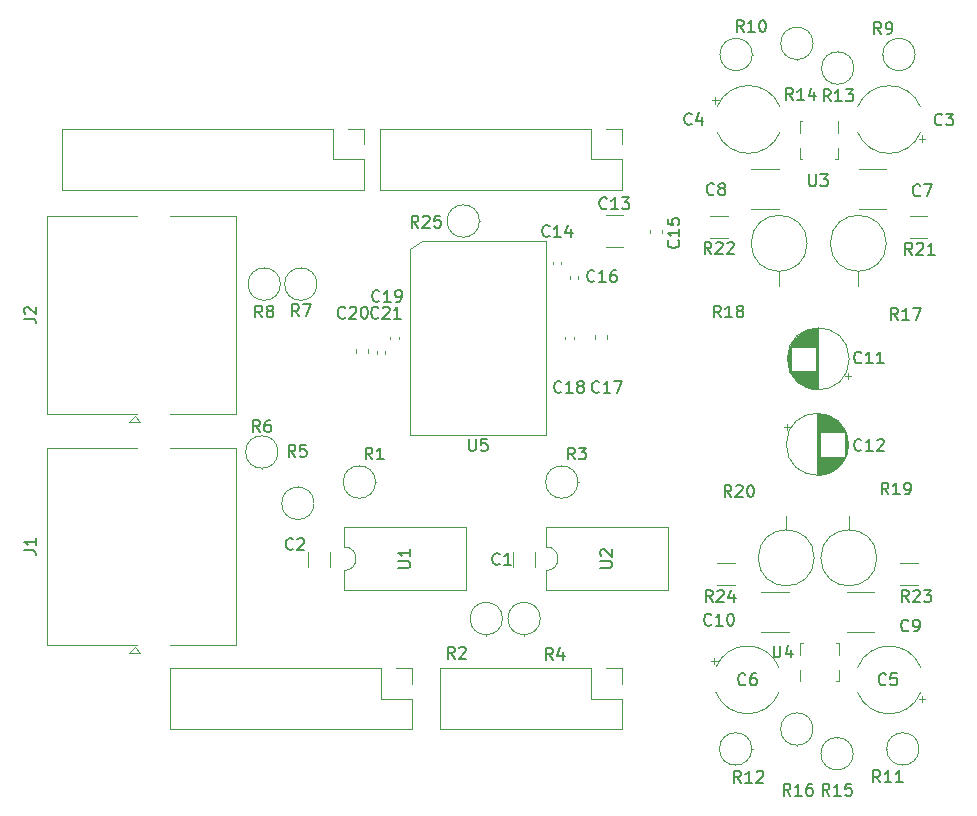
<source format=gbr>
%TF.GenerationSoftware,KiCad,Pcbnew,(6.0.10-0)*%
%TF.CreationDate,2023-03-03T14:43:48-05:00*%
%TF.ProjectId,shield,73686965-6c64-42e6-9b69-6361645f7063,rev?*%
%TF.SameCoordinates,Original*%
%TF.FileFunction,Legend,Top*%
%TF.FilePolarity,Positive*%
%FSLAX46Y46*%
G04 Gerber Fmt 4.6, Leading zero omitted, Abs format (unit mm)*
G04 Created by KiCad (PCBNEW (6.0.10-0)) date 2023-03-03 14:43:48*
%MOMM*%
%LPD*%
G01*
G04 APERTURE LIST*
%ADD10C,0.150000*%
%ADD11C,0.120000*%
G04 APERTURE END LIST*
D10*
%TO.C,U5*%
X110238095Y-97552380D02*
X110238095Y-98361904D01*
X110285714Y-98457142D01*
X110333333Y-98504761D01*
X110428571Y-98552380D01*
X110619047Y-98552380D01*
X110714285Y-98504761D01*
X110761904Y-98457142D01*
X110809523Y-98361904D01*
X110809523Y-97552380D01*
X111761904Y-97552380D02*
X111285714Y-97552380D01*
X111238095Y-98028571D01*
X111285714Y-97980952D01*
X111380952Y-97933333D01*
X111619047Y-97933333D01*
X111714285Y-97980952D01*
X111761904Y-98028571D01*
X111809523Y-98123809D01*
X111809523Y-98361904D01*
X111761904Y-98457142D01*
X111714285Y-98504761D01*
X111619047Y-98552380D01*
X111380952Y-98552380D01*
X111285714Y-98504761D01*
X111238095Y-98457142D01*
%TO.C,U2*%
X121352380Y-108461904D02*
X122161904Y-108461904D01*
X122257142Y-108414285D01*
X122304761Y-108366666D01*
X122352380Y-108271428D01*
X122352380Y-108080952D01*
X122304761Y-107985714D01*
X122257142Y-107938095D01*
X122161904Y-107890476D01*
X121352380Y-107890476D01*
X121447619Y-107461904D02*
X121400000Y-107414285D01*
X121352380Y-107319047D01*
X121352380Y-107080952D01*
X121400000Y-106985714D01*
X121447619Y-106938095D01*
X121542857Y-106890476D01*
X121638095Y-106890476D01*
X121780952Y-106938095D01*
X122352380Y-107509523D01*
X122352380Y-106890476D01*
%TO.C,R16*%
X137457142Y-127752380D02*
X137123809Y-127276190D01*
X136885714Y-127752380D02*
X136885714Y-126752380D01*
X137266666Y-126752380D01*
X137361904Y-126800000D01*
X137409523Y-126847619D01*
X137457142Y-126942857D01*
X137457142Y-127085714D01*
X137409523Y-127180952D01*
X137361904Y-127228571D01*
X137266666Y-127276190D01*
X136885714Y-127276190D01*
X138409523Y-127752380D02*
X137838095Y-127752380D01*
X138123809Y-127752380D02*
X138123809Y-126752380D01*
X138028571Y-126895238D01*
X137933333Y-126990476D01*
X137838095Y-127038095D01*
X139266666Y-126752380D02*
X139076190Y-126752380D01*
X138980952Y-126800000D01*
X138933333Y-126847619D01*
X138838095Y-126990476D01*
X138790476Y-127180952D01*
X138790476Y-127561904D01*
X138838095Y-127657142D01*
X138885714Y-127704761D01*
X138980952Y-127752380D01*
X139171428Y-127752380D01*
X139266666Y-127704761D01*
X139314285Y-127657142D01*
X139361904Y-127561904D01*
X139361904Y-127323809D01*
X139314285Y-127228571D01*
X139266666Y-127180952D01*
X139171428Y-127133333D01*
X138980952Y-127133333D01*
X138885714Y-127180952D01*
X138838095Y-127228571D01*
X138790476Y-127323809D01*
%TO.C,U1*%
X104252380Y-108461904D02*
X105061904Y-108461904D01*
X105157142Y-108414285D01*
X105204761Y-108366666D01*
X105252380Y-108271428D01*
X105252380Y-108080952D01*
X105204761Y-107985714D01*
X105157142Y-107938095D01*
X105061904Y-107890476D01*
X104252380Y-107890476D01*
X105252380Y-106890476D02*
X105252380Y-107461904D01*
X105252380Y-107176190D02*
X104252380Y-107176190D01*
X104395238Y-107271428D01*
X104490476Y-107366666D01*
X104538095Y-107461904D01*
%TO.C,R22*%
X130757142Y-81872380D02*
X130423809Y-81396190D01*
X130185714Y-81872380D02*
X130185714Y-80872380D01*
X130566666Y-80872380D01*
X130661904Y-80920000D01*
X130709523Y-80967619D01*
X130757142Y-81062857D01*
X130757142Y-81205714D01*
X130709523Y-81300952D01*
X130661904Y-81348571D01*
X130566666Y-81396190D01*
X130185714Y-81396190D01*
X131138095Y-80967619D02*
X131185714Y-80920000D01*
X131280952Y-80872380D01*
X131519047Y-80872380D01*
X131614285Y-80920000D01*
X131661904Y-80967619D01*
X131709523Y-81062857D01*
X131709523Y-81158095D01*
X131661904Y-81300952D01*
X131090476Y-81872380D01*
X131709523Y-81872380D01*
X132090476Y-80967619D02*
X132138095Y-80920000D01*
X132233333Y-80872380D01*
X132471428Y-80872380D01*
X132566666Y-80920000D01*
X132614285Y-80967619D01*
X132661904Y-81062857D01*
X132661904Y-81158095D01*
X132614285Y-81300952D01*
X132042857Y-81872380D01*
X132661904Y-81872380D01*
%TO.C,C5*%
X145533333Y-118307142D02*
X145485714Y-118354761D01*
X145342857Y-118402380D01*
X145247619Y-118402380D01*
X145104761Y-118354761D01*
X145009523Y-118259523D01*
X144961904Y-118164285D01*
X144914285Y-117973809D01*
X144914285Y-117830952D01*
X144961904Y-117640476D01*
X145009523Y-117545238D01*
X145104761Y-117450000D01*
X145247619Y-117402380D01*
X145342857Y-117402380D01*
X145485714Y-117450000D01*
X145533333Y-117497619D01*
X146438095Y-117402380D02*
X145961904Y-117402380D01*
X145914285Y-117878571D01*
X145961904Y-117830952D01*
X146057142Y-117783333D01*
X146295238Y-117783333D01*
X146390476Y-117830952D01*
X146438095Y-117878571D01*
X146485714Y-117973809D01*
X146485714Y-118211904D01*
X146438095Y-118307142D01*
X146390476Y-118354761D01*
X146295238Y-118402380D01*
X146057142Y-118402380D01*
X145961904Y-118354761D01*
X145914285Y-118307142D01*
%TO.C,U4*%
X136038095Y-115052380D02*
X136038095Y-115861904D01*
X136085714Y-115957142D01*
X136133333Y-116004761D01*
X136228571Y-116052380D01*
X136419047Y-116052380D01*
X136514285Y-116004761D01*
X136561904Y-115957142D01*
X136609523Y-115861904D01*
X136609523Y-115052380D01*
X137514285Y-115385714D02*
X137514285Y-116052380D01*
X137276190Y-115004761D02*
X137038095Y-115719047D01*
X137657142Y-115719047D01*
%TO.C,C18*%
X118057142Y-93557142D02*
X118009523Y-93604761D01*
X117866666Y-93652380D01*
X117771428Y-93652380D01*
X117628571Y-93604761D01*
X117533333Y-93509523D01*
X117485714Y-93414285D01*
X117438095Y-93223809D01*
X117438095Y-93080952D01*
X117485714Y-92890476D01*
X117533333Y-92795238D01*
X117628571Y-92700000D01*
X117771428Y-92652380D01*
X117866666Y-92652380D01*
X118009523Y-92700000D01*
X118057142Y-92747619D01*
X119009523Y-93652380D02*
X118438095Y-93652380D01*
X118723809Y-93652380D02*
X118723809Y-92652380D01*
X118628571Y-92795238D01*
X118533333Y-92890476D01*
X118438095Y-92938095D01*
X119580952Y-93080952D02*
X119485714Y-93033333D01*
X119438095Y-92985714D01*
X119390476Y-92890476D01*
X119390476Y-92842857D01*
X119438095Y-92747619D01*
X119485714Y-92700000D01*
X119580952Y-92652380D01*
X119771428Y-92652380D01*
X119866666Y-92700000D01*
X119914285Y-92747619D01*
X119961904Y-92842857D01*
X119961904Y-92890476D01*
X119914285Y-92985714D01*
X119866666Y-93033333D01*
X119771428Y-93080952D01*
X119580952Y-93080952D01*
X119485714Y-93128571D01*
X119438095Y-93176190D01*
X119390476Y-93271428D01*
X119390476Y-93461904D01*
X119438095Y-93557142D01*
X119485714Y-93604761D01*
X119580952Y-93652380D01*
X119771428Y-93652380D01*
X119866666Y-93604761D01*
X119914285Y-93557142D01*
X119961904Y-93461904D01*
X119961904Y-93271428D01*
X119914285Y-93176190D01*
X119866666Y-93128571D01*
X119771428Y-93080952D01*
%TO.C,C8*%
X130983333Y-76807142D02*
X130935714Y-76854761D01*
X130792857Y-76902380D01*
X130697619Y-76902380D01*
X130554761Y-76854761D01*
X130459523Y-76759523D01*
X130411904Y-76664285D01*
X130364285Y-76473809D01*
X130364285Y-76330952D01*
X130411904Y-76140476D01*
X130459523Y-76045238D01*
X130554761Y-75950000D01*
X130697619Y-75902380D01*
X130792857Y-75902380D01*
X130935714Y-75950000D01*
X130983333Y-75997619D01*
X131554761Y-76330952D02*
X131459523Y-76283333D01*
X131411904Y-76235714D01*
X131364285Y-76140476D01*
X131364285Y-76092857D01*
X131411904Y-75997619D01*
X131459523Y-75950000D01*
X131554761Y-75902380D01*
X131745238Y-75902380D01*
X131840476Y-75950000D01*
X131888095Y-75997619D01*
X131935714Y-76092857D01*
X131935714Y-76140476D01*
X131888095Y-76235714D01*
X131840476Y-76283333D01*
X131745238Y-76330952D01*
X131554761Y-76330952D01*
X131459523Y-76378571D01*
X131411904Y-76426190D01*
X131364285Y-76521428D01*
X131364285Y-76711904D01*
X131411904Y-76807142D01*
X131459523Y-76854761D01*
X131554761Y-76902380D01*
X131745238Y-76902380D01*
X131840476Y-76854761D01*
X131888095Y-76807142D01*
X131935714Y-76711904D01*
X131935714Y-76521428D01*
X131888095Y-76426190D01*
X131840476Y-76378571D01*
X131745238Y-76330952D01*
%TO.C,R8*%
X92733333Y-87252380D02*
X92400000Y-86776190D01*
X92161904Y-87252380D02*
X92161904Y-86252380D01*
X92542857Y-86252380D01*
X92638095Y-86300000D01*
X92685714Y-86347619D01*
X92733333Y-86442857D01*
X92733333Y-86585714D01*
X92685714Y-86680952D01*
X92638095Y-86728571D01*
X92542857Y-86776190D01*
X92161904Y-86776190D01*
X93304761Y-86680952D02*
X93209523Y-86633333D01*
X93161904Y-86585714D01*
X93114285Y-86490476D01*
X93114285Y-86442857D01*
X93161904Y-86347619D01*
X93209523Y-86300000D01*
X93304761Y-86252380D01*
X93495238Y-86252380D01*
X93590476Y-86300000D01*
X93638095Y-86347619D01*
X93685714Y-86442857D01*
X93685714Y-86490476D01*
X93638095Y-86585714D01*
X93590476Y-86633333D01*
X93495238Y-86680952D01*
X93304761Y-86680952D01*
X93209523Y-86728571D01*
X93161904Y-86776190D01*
X93114285Y-86871428D01*
X93114285Y-87061904D01*
X93161904Y-87157142D01*
X93209523Y-87204761D01*
X93304761Y-87252380D01*
X93495238Y-87252380D01*
X93590476Y-87204761D01*
X93638095Y-87157142D01*
X93685714Y-87061904D01*
X93685714Y-86871428D01*
X93638095Y-86776190D01*
X93590476Y-86728571D01*
X93495238Y-86680952D01*
%TO.C,C10*%
X130757142Y-113257142D02*
X130709523Y-113304761D01*
X130566666Y-113352380D01*
X130471428Y-113352380D01*
X130328571Y-113304761D01*
X130233333Y-113209523D01*
X130185714Y-113114285D01*
X130138095Y-112923809D01*
X130138095Y-112780952D01*
X130185714Y-112590476D01*
X130233333Y-112495238D01*
X130328571Y-112400000D01*
X130471428Y-112352380D01*
X130566666Y-112352380D01*
X130709523Y-112400000D01*
X130757142Y-112447619D01*
X131709523Y-113352380D02*
X131138095Y-113352380D01*
X131423809Y-113352380D02*
X131423809Y-112352380D01*
X131328571Y-112495238D01*
X131233333Y-112590476D01*
X131138095Y-112638095D01*
X132328571Y-112352380D02*
X132423809Y-112352380D01*
X132519047Y-112400000D01*
X132566666Y-112447619D01*
X132614285Y-112542857D01*
X132661904Y-112733333D01*
X132661904Y-112971428D01*
X132614285Y-113161904D01*
X132566666Y-113257142D01*
X132519047Y-113304761D01*
X132423809Y-113352380D01*
X132328571Y-113352380D01*
X132233333Y-113304761D01*
X132185714Y-113257142D01*
X132138095Y-113161904D01*
X132090476Y-112971428D01*
X132090476Y-112733333D01*
X132138095Y-112542857D01*
X132185714Y-112447619D01*
X132233333Y-112400000D01*
X132328571Y-112352380D01*
%TO.C,R14*%
X137657142Y-68852380D02*
X137323809Y-68376190D01*
X137085714Y-68852380D02*
X137085714Y-67852380D01*
X137466666Y-67852380D01*
X137561904Y-67900000D01*
X137609523Y-67947619D01*
X137657142Y-68042857D01*
X137657142Y-68185714D01*
X137609523Y-68280952D01*
X137561904Y-68328571D01*
X137466666Y-68376190D01*
X137085714Y-68376190D01*
X138609523Y-68852380D02*
X138038095Y-68852380D01*
X138323809Y-68852380D02*
X138323809Y-67852380D01*
X138228571Y-67995238D01*
X138133333Y-68090476D01*
X138038095Y-68138095D01*
X139466666Y-68185714D02*
X139466666Y-68852380D01*
X139228571Y-67804761D02*
X138990476Y-68519047D01*
X139609523Y-68519047D01*
%TO.C,R20*%
X132457142Y-102452380D02*
X132123809Y-101976190D01*
X131885714Y-102452380D02*
X131885714Y-101452380D01*
X132266666Y-101452380D01*
X132361904Y-101500000D01*
X132409523Y-101547619D01*
X132457142Y-101642857D01*
X132457142Y-101785714D01*
X132409523Y-101880952D01*
X132361904Y-101928571D01*
X132266666Y-101976190D01*
X131885714Y-101976190D01*
X132838095Y-101547619D02*
X132885714Y-101500000D01*
X132980952Y-101452380D01*
X133219047Y-101452380D01*
X133314285Y-101500000D01*
X133361904Y-101547619D01*
X133409523Y-101642857D01*
X133409523Y-101738095D01*
X133361904Y-101880952D01*
X132790476Y-102452380D01*
X133409523Y-102452380D01*
X134028571Y-101452380D02*
X134123809Y-101452380D01*
X134219047Y-101500000D01*
X134266666Y-101547619D01*
X134314285Y-101642857D01*
X134361904Y-101833333D01*
X134361904Y-102071428D01*
X134314285Y-102261904D01*
X134266666Y-102357142D01*
X134219047Y-102404761D01*
X134123809Y-102452380D01*
X134028571Y-102452380D01*
X133933333Y-102404761D01*
X133885714Y-102357142D01*
X133838095Y-102261904D01*
X133790476Y-102071428D01*
X133790476Y-101833333D01*
X133838095Y-101642857D01*
X133885714Y-101547619D01*
X133933333Y-101500000D01*
X134028571Y-101452380D01*
%TO.C,J2*%
X72577380Y-87373333D02*
X73291666Y-87373333D01*
X73434523Y-87420952D01*
X73529761Y-87516190D01*
X73577380Y-87659047D01*
X73577380Y-87754285D01*
X72672619Y-86944761D02*
X72625000Y-86897142D01*
X72577380Y-86801904D01*
X72577380Y-86563809D01*
X72625000Y-86468571D01*
X72672619Y-86420952D01*
X72767857Y-86373333D01*
X72863095Y-86373333D01*
X73005952Y-86420952D01*
X73577380Y-86992380D01*
X73577380Y-86373333D01*
%TO.C,R1*%
X102058333Y-99282380D02*
X101725000Y-98806190D01*
X101486904Y-99282380D02*
X101486904Y-98282380D01*
X101867857Y-98282380D01*
X101963095Y-98330000D01*
X102010714Y-98377619D01*
X102058333Y-98472857D01*
X102058333Y-98615714D01*
X102010714Y-98710952D01*
X101963095Y-98758571D01*
X101867857Y-98806190D01*
X101486904Y-98806190D01*
X103010714Y-99282380D02*
X102439285Y-99282380D01*
X102725000Y-99282380D02*
X102725000Y-98282380D01*
X102629761Y-98425238D01*
X102534523Y-98520476D01*
X102439285Y-98568095D01*
%TO.C,R13*%
X140857142Y-68952380D02*
X140523809Y-68476190D01*
X140285714Y-68952380D02*
X140285714Y-67952380D01*
X140666666Y-67952380D01*
X140761904Y-68000000D01*
X140809523Y-68047619D01*
X140857142Y-68142857D01*
X140857142Y-68285714D01*
X140809523Y-68380952D01*
X140761904Y-68428571D01*
X140666666Y-68476190D01*
X140285714Y-68476190D01*
X141809523Y-68952380D02*
X141238095Y-68952380D01*
X141523809Y-68952380D02*
X141523809Y-67952380D01*
X141428571Y-68095238D01*
X141333333Y-68190476D01*
X141238095Y-68238095D01*
X142142857Y-67952380D02*
X142761904Y-67952380D01*
X142428571Y-68333333D01*
X142571428Y-68333333D01*
X142666666Y-68380952D01*
X142714285Y-68428571D01*
X142761904Y-68523809D01*
X142761904Y-68761904D01*
X142714285Y-68857142D01*
X142666666Y-68904761D01*
X142571428Y-68952380D01*
X142285714Y-68952380D01*
X142190476Y-68904761D01*
X142142857Y-68857142D01*
%TO.C,C16*%
X120857142Y-84157142D02*
X120809523Y-84204761D01*
X120666666Y-84252380D01*
X120571428Y-84252380D01*
X120428571Y-84204761D01*
X120333333Y-84109523D01*
X120285714Y-84014285D01*
X120238095Y-83823809D01*
X120238095Y-83680952D01*
X120285714Y-83490476D01*
X120333333Y-83395238D01*
X120428571Y-83300000D01*
X120571428Y-83252380D01*
X120666666Y-83252380D01*
X120809523Y-83300000D01*
X120857142Y-83347619D01*
X121809523Y-84252380D02*
X121238095Y-84252380D01*
X121523809Y-84252380D02*
X121523809Y-83252380D01*
X121428571Y-83395238D01*
X121333333Y-83490476D01*
X121238095Y-83538095D01*
X122666666Y-83252380D02*
X122476190Y-83252380D01*
X122380952Y-83300000D01*
X122333333Y-83347619D01*
X122238095Y-83490476D01*
X122190476Y-83680952D01*
X122190476Y-84061904D01*
X122238095Y-84157142D01*
X122285714Y-84204761D01*
X122380952Y-84252380D01*
X122571428Y-84252380D01*
X122666666Y-84204761D01*
X122714285Y-84157142D01*
X122761904Y-84061904D01*
X122761904Y-83823809D01*
X122714285Y-83728571D01*
X122666666Y-83680952D01*
X122571428Y-83633333D01*
X122380952Y-83633333D01*
X122285714Y-83680952D01*
X122238095Y-83728571D01*
X122190476Y-83823809D01*
%TO.C,C7*%
X148433333Y-76907142D02*
X148385714Y-76954761D01*
X148242857Y-77002380D01*
X148147619Y-77002380D01*
X148004761Y-76954761D01*
X147909523Y-76859523D01*
X147861904Y-76764285D01*
X147814285Y-76573809D01*
X147814285Y-76430952D01*
X147861904Y-76240476D01*
X147909523Y-76145238D01*
X148004761Y-76050000D01*
X148147619Y-76002380D01*
X148242857Y-76002380D01*
X148385714Y-76050000D01*
X148433333Y-76097619D01*
X148766666Y-76002380D02*
X149433333Y-76002380D01*
X149004761Y-77002380D01*
%TO.C,C1*%
X112833333Y-108107142D02*
X112785714Y-108154761D01*
X112642857Y-108202380D01*
X112547619Y-108202380D01*
X112404761Y-108154761D01*
X112309523Y-108059523D01*
X112261904Y-107964285D01*
X112214285Y-107773809D01*
X112214285Y-107630952D01*
X112261904Y-107440476D01*
X112309523Y-107345238D01*
X112404761Y-107250000D01*
X112547619Y-107202380D01*
X112642857Y-107202380D01*
X112785714Y-107250000D01*
X112833333Y-107297619D01*
X113785714Y-108202380D02*
X113214285Y-108202380D01*
X113500000Y-108202380D02*
X113500000Y-107202380D01*
X113404761Y-107345238D01*
X113309523Y-107440476D01*
X113214285Y-107488095D01*
%TO.C,R19*%
X145757142Y-102252380D02*
X145423809Y-101776190D01*
X145185714Y-102252380D02*
X145185714Y-101252380D01*
X145566666Y-101252380D01*
X145661904Y-101300000D01*
X145709523Y-101347619D01*
X145757142Y-101442857D01*
X145757142Y-101585714D01*
X145709523Y-101680952D01*
X145661904Y-101728571D01*
X145566666Y-101776190D01*
X145185714Y-101776190D01*
X146709523Y-102252380D02*
X146138095Y-102252380D01*
X146423809Y-102252380D02*
X146423809Y-101252380D01*
X146328571Y-101395238D01*
X146233333Y-101490476D01*
X146138095Y-101538095D01*
X147185714Y-102252380D02*
X147376190Y-102252380D01*
X147471428Y-102204761D01*
X147519047Y-102157142D01*
X147614285Y-102014285D01*
X147661904Y-101823809D01*
X147661904Y-101442857D01*
X147614285Y-101347619D01*
X147566666Y-101300000D01*
X147471428Y-101252380D01*
X147280952Y-101252380D01*
X147185714Y-101300000D01*
X147138095Y-101347619D01*
X147090476Y-101442857D01*
X147090476Y-101680952D01*
X147138095Y-101776190D01*
X147185714Y-101823809D01*
X147280952Y-101871428D01*
X147471428Y-101871428D01*
X147566666Y-101823809D01*
X147614285Y-101776190D01*
X147661904Y-101680952D01*
%TO.C,R3*%
X119198333Y-99282380D02*
X118865000Y-98806190D01*
X118626904Y-99282380D02*
X118626904Y-98282380D01*
X119007857Y-98282380D01*
X119103095Y-98330000D01*
X119150714Y-98377619D01*
X119198333Y-98472857D01*
X119198333Y-98615714D01*
X119150714Y-98710952D01*
X119103095Y-98758571D01*
X119007857Y-98806190D01*
X118626904Y-98806190D01*
X119531666Y-98282380D02*
X120150714Y-98282380D01*
X119817380Y-98663333D01*
X119960238Y-98663333D01*
X120055476Y-98710952D01*
X120103095Y-98758571D01*
X120150714Y-98853809D01*
X120150714Y-99091904D01*
X120103095Y-99187142D01*
X120055476Y-99234761D01*
X119960238Y-99282380D01*
X119674523Y-99282380D01*
X119579285Y-99234761D01*
X119531666Y-99187142D01*
%TO.C,C9*%
X147433333Y-113757142D02*
X147385714Y-113804761D01*
X147242857Y-113852380D01*
X147147619Y-113852380D01*
X147004761Y-113804761D01*
X146909523Y-113709523D01*
X146861904Y-113614285D01*
X146814285Y-113423809D01*
X146814285Y-113280952D01*
X146861904Y-113090476D01*
X146909523Y-112995238D01*
X147004761Y-112900000D01*
X147147619Y-112852380D01*
X147242857Y-112852380D01*
X147385714Y-112900000D01*
X147433333Y-112947619D01*
X147909523Y-113852380D02*
X148100000Y-113852380D01*
X148195238Y-113804761D01*
X148242857Y-113757142D01*
X148338095Y-113614285D01*
X148385714Y-113423809D01*
X148385714Y-113042857D01*
X148338095Y-112947619D01*
X148290476Y-112900000D01*
X148195238Y-112852380D01*
X148004761Y-112852380D01*
X147909523Y-112900000D01*
X147861904Y-112947619D01*
X147814285Y-113042857D01*
X147814285Y-113280952D01*
X147861904Y-113376190D01*
X147909523Y-113423809D01*
X148004761Y-113471428D01*
X148195238Y-113471428D01*
X148290476Y-113423809D01*
X148338095Y-113376190D01*
X148385714Y-113280952D01*
%TO.C,C13*%
X121907142Y-78007142D02*
X121859523Y-78054761D01*
X121716666Y-78102380D01*
X121621428Y-78102380D01*
X121478571Y-78054761D01*
X121383333Y-77959523D01*
X121335714Y-77864285D01*
X121288095Y-77673809D01*
X121288095Y-77530952D01*
X121335714Y-77340476D01*
X121383333Y-77245238D01*
X121478571Y-77150000D01*
X121621428Y-77102380D01*
X121716666Y-77102380D01*
X121859523Y-77150000D01*
X121907142Y-77197619D01*
X122859523Y-78102380D02*
X122288095Y-78102380D01*
X122573809Y-78102380D02*
X122573809Y-77102380D01*
X122478571Y-77245238D01*
X122383333Y-77340476D01*
X122288095Y-77388095D01*
X123192857Y-77102380D02*
X123811904Y-77102380D01*
X123478571Y-77483333D01*
X123621428Y-77483333D01*
X123716666Y-77530952D01*
X123764285Y-77578571D01*
X123811904Y-77673809D01*
X123811904Y-77911904D01*
X123764285Y-78007142D01*
X123716666Y-78054761D01*
X123621428Y-78102380D01*
X123335714Y-78102380D01*
X123240476Y-78054761D01*
X123192857Y-78007142D01*
%TO.C,R24*%
X130857142Y-111352380D02*
X130523809Y-110876190D01*
X130285714Y-111352380D02*
X130285714Y-110352380D01*
X130666666Y-110352380D01*
X130761904Y-110400000D01*
X130809523Y-110447619D01*
X130857142Y-110542857D01*
X130857142Y-110685714D01*
X130809523Y-110780952D01*
X130761904Y-110828571D01*
X130666666Y-110876190D01*
X130285714Y-110876190D01*
X131238095Y-110447619D02*
X131285714Y-110400000D01*
X131380952Y-110352380D01*
X131619047Y-110352380D01*
X131714285Y-110400000D01*
X131761904Y-110447619D01*
X131809523Y-110542857D01*
X131809523Y-110638095D01*
X131761904Y-110780952D01*
X131190476Y-111352380D01*
X131809523Y-111352380D01*
X132666666Y-110685714D02*
X132666666Y-111352380D01*
X132428571Y-110304761D02*
X132190476Y-111019047D01*
X132809523Y-111019047D01*
%TO.C,C19*%
X102657142Y-85857142D02*
X102609523Y-85904761D01*
X102466666Y-85952380D01*
X102371428Y-85952380D01*
X102228571Y-85904761D01*
X102133333Y-85809523D01*
X102085714Y-85714285D01*
X102038095Y-85523809D01*
X102038095Y-85380952D01*
X102085714Y-85190476D01*
X102133333Y-85095238D01*
X102228571Y-85000000D01*
X102371428Y-84952380D01*
X102466666Y-84952380D01*
X102609523Y-85000000D01*
X102657142Y-85047619D01*
X103609523Y-85952380D02*
X103038095Y-85952380D01*
X103323809Y-85952380D02*
X103323809Y-84952380D01*
X103228571Y-85095238D01*
X103133333Y-85190476D01*
X103038095Y-85238095D01*
X104085714Y-85952380D02*
X104276190Y-85952380D01*
X104371428Y-85904761D01*
X104419047Y-85857142D01*
X104514285Y-85714285D01*
X104561904Y-85523809D01*
X104561904Y-85142857D01*
X104514285Y-85047619D01*
X104466666Y-85000000D01*
X104371428Y-84952380D01*
X104180952Y-84952380D01*
X104085714Y-85000000D01*
X104038095Y-85047619D01*
X103990476Y-85142857D01*
X103990476Y-85380952D01*
X104038095Y-85476190D01*
X104085714Y-85523809D01*
X104180952Y-85571428D01*
X104371428Y-85571428D01*
X104466666Y-85523809D01*
X104514285Y-85476190D01*
X104561904Y-85380952D01*
%TO.C,R9*%
X145133333Y-63252380D02*
X144800000Y-62776190D01*
X144561904Y-63252380D02*
X144561904Y-62252380D01*
X144942857Y-62252380D01*
X145038095Y-62300000D01*
X145085714Y-62347619D01*
X145133333Y-62442857D01*
X145133333Y-62585714D01*
X145085714Y-62680952D01*
X145038095Y-62728571D01*
X144942857Y-62776190D01*
X144561904Y-62776190D01*
X145609523Y-63252380D02*
X145800000Y-63252380D01*
X145895238Y-63204761D01*
X145942857Y-63157142D01*
X146038095Y-63014285D01*
X146085714Y-62823809D01*
X146085714Y-62442857D01*
X146038095Y-62347619D01*
X145990476Y-62300000D01*
X145895238Y-62252380D01*
X145704761Y-62252380D01*
X145609523Y-62300000D01*
X145561904Y-62347619D01*
X145514285Y-62442857D01*
X145514285Y-62680952D01*
X145561904Y-62776190D01*
X145609523Y-62823809D01*
X145704761Y-62871428D01*
X145895238Y-62871428D01*
X145990476Y-62823809D01*
X146038095Y-62776190D01*
X146085714Y-62680952D01*
%TO.C,C15*%
X127957142Y-80742857D02*
X128004761Y-80790476D01*
X128052380Y-80933333D01*
X128052380Y-81028571D01*
X128004761Y-81171428D01*
X127909523Y-81266666D01*
X127814285Y-81314285D01*
X127623809Y-81361904D01*
X127480952Y-81361904D01*
X127290476Y-81314285D01*
X127195238Y-81266666D01*
X127100000Y-81171428D01*
X127052380Y-81028571D01*
X127052380Y-80933333D01*
X127100000Y-80790476D01*
X127147619Y-80742857D01*
X128052380Y-79790476D02*
X128052380Y-80361904D01*
X128052380Y-80076190D02*
X127052380Y-80076190D01*
X127195238Y-80171428D01*
X127290476Y-80266666D01*
X127338095Y-80361904D01*
X127052380Y-78885714D02*
X127052380Y-79361904D01*
X127528571Y-79409523D01*
X127480952Y-79361904D01*
X127433333Y-79266666D01*
X127433333Y-79028571D01*
X127480952Y-78933333D01*
X127528571Y-78885714D01*
X127623809Y-78838095D01*
X127861904Y-78838095D01*
X127957142Y-78885714D01*
X128004761Y-78933333D01*
X128052380Y-79028571D01*
X128052380Y-79266666D01*
X128004761Y-79361904D01*
X127957142Y-79409523D01*
%TO.C,C14*%
X117057142Y-80357142D02*
X117009523Y-80404761D01*
X116866666Y-80452380D01*
X116771428Y-80452380D01*
X116628571Y-80404761D01*
X116533333Y-80309523D01*
X116485714Y-80214285D01*
X116438095Y-80023809D01*
X116438095Y-79880952D01*
X116485714Y-79690476D01*
X116533333Y-79595238D01*
X116628571Y-79500000D01*
X116771428Y-79452380D01*
X116866666Y-79452380D01*
X117009523Y-79500000D01*
X117057142Y-79547619D01*
X118009523Y-80452380D02*
X117438095Y-80452380D01*
X117723809Y-80452380D02*
X117723809Y-79452380D01*
X117628571Y-79595238D01*
X117533333Y-79690476D01*
X117438095Y-79738095D01*
X118866666Y-79785714D02*
X118866666Y-80452380D01*
X118628571Y-79404761D02*
X118390476Y-80119047D01*
X119009523Y-80119047D01*
%TO.C,C21*%
X102557142Y-87257142D02*
X102509523Y-87304761D01*
X102366666Y-87352380D01*
X102271428Y-87352380D01*
X102128571Y-87304761D01*
X102033333Y-87209523D01*
X101985714Y-87114285D01*
X101938095Y-86923809D01*
X101938095Y-86780952D01*
X101985714Y-86590476D01*
X102033333Y-86495238D01*
X102128571Y-86400000D01*
X102271428Y-86352380D01*
X102366666Y-86352380D01*
X102509523Y-86400000D01*
X102557142Y-86447619D01*
X102938095Y-86447619D02*
X102985714Y-86400000D01*
X103080952Y-86352380D01*
X103319047Y-86352380D01*
X103414285Y-86400000D01*
X103461904Y-86447619D01*
X103509523Y-86542857D01*
X103509523Y-86638095D01*
X103461904Y-86780952D01*
X102890476Y-87352380D01*
X103509523Y-87352380D01*
X104461904Y-87352380D02*
X103890476Y-87352380D01*
X104176190Y-87352380D02*
X104176190Y-86352380D01*
X104080952Y-86495238D01*
X103985714Y-86590476D01*
X103890476Y-86638095D01*
%TO.C,J1*%
X72577380Y-106973333D02*
X73291666Y-106973333D01*
X73434523Y-107020952D01*
X73529761Y-107116190D01*
X73577380Y-107259047D01*
X73577380Y-107354285D01*
X73577380Y-105973333D02*
X73577380Y-106544761D01*
X73577380Y-106259047D02*
X72577380Y-106259047D01*
X72720238Y-106354285D01*
X72815476Y-106449523D01*
X72863095Y-106544761D01*
%TO.C,C2*%
X95333333Y-106857142D02*
X95285714Y-106904761D01*
X95142857Y-106952380D01*
X95047619Y-106952380D01*
X94904761Y-106904761D01*
X94809523Y-106809523D01*
X94761904Y-106714285D01*
X94714285Y-106523809D01*
X94714285Y-106380952D01*
X94761904Y-106190476D01*
X94809523Y-106095238D01*
X94904761Y-106000000D01*
X95047619Y-105952380D01*
X95142857Y-105952380D01*
X95285714Y-106000000D01*
X95333333Y-106047619D01*
X95714285Y-106047619D02*
X95761904Y-106000000D01*
X95857142Y-105952380D01*
X96095238Y-105952380D01*
X96190476Y-106000000D01*
X96238095Y-106047619D01*
X96285714Y-106142857D01*
X96285714Y-106238095D01*
X96238095Y-106380952D01*
X95666666Y-106952380D01*
X96285714Y-106952380D01*
%TO.C,U3*%
X139038095Y-75152380D02*
X139038095Y-75961904D01*
X139085714Y-76057142D01*
X139133333Y-76104761D01*
X139228571Y-76152380D01*
X139419047Y-76152380D01*
X139514285Y-76104761D01*
X139561904Y-76057142D01*
X139609523Y-75961904D01*
X139609523Y-75152380D01*
X139990476Y-75152380D02*
X140609523Y-75152380D01*
X140276190Y-75533333D01*
X140419047Y-75533333D01*
X140514285Y-75580952D01*
X140561904Y-75628571D01*
X140609523Y-75723809D01*
X140609523Y-75961904D01*
X140561904Y-76057142D01*
X140514285Y-76104761D01*
X140419047Y-76152380D01*
X140133333Y-76152380D01*
X140038095Y-76104761D01*
X139990476Y-76057142D01*
%TO.C,R2*%
X109033333Y-116152380D02*
X108700000Y-115676190D01*
X108461904Y-116152380D02*
X108461904Y-115152380D01*
X108842857Y-115152380D01*
X108938095Y-115200000D01*
X108985714Y-115247619D01*
X109033333Y-115342857D01*
X109033333Y-115485714D01*
X108985714Y-115580952D01*
X108938095Y-115628571D01*
X108842857Y-115676190D01*
X108461904Y-115676190D01*
X109414285Y-115247619D02*
X109461904Y-115200000D01*
X109557142Y-115152380D01*
X109795238Y-115152380D01*
X109890476Y-115200000D01*
X109938095Y-115247619D01*
X109985714Y-115342857D01*
X109985714Y-115438095D01*
X109938095Y-115580952D01*
X109366666Y-116152380D01*
X109985714Y-116152380D01*
%TO.C,R4*%
X117333333Y-116252380D02*
X117000000Y-115776190D01*
X116761904Y-116252380D02*
X116761904Y-115252380D01*
X117142857Y-115252380D01*
X117238095Y-115300000D01*
X117285714Y-115347619D01*
X117333333Y-115442857D01*
X117333333Y-115585714D01*
X117285714Y-115680952D01*
X117238095Y-115728571D01*
X117142857Y-115776190D01*
X116761904Y-115776190D01*
X118190476Y-115585714D02*
X118190476Y-116252380D01*
X117952380Y-115204761D02*
X117714285Y-115919047D01*
X118333333Y-115919047D01*
%TO.C,R17*%
X146557142Y-87452380D02*
X146223809Y-86976190D01*
X145985714Y-87452380D02*
X145985714Y-86452380D01*
X146366666Y-86452380D01*
X146461904Y-86500000D01*
X146509523Y-86547619D01*
X146557142Y-86642857D01*
X146557142Y-86785714D01*
X146509523Y-86880952D01*
X146461904Y-86928571D01*
X146366666Y-86976190D01*
X145985714Y-86976190D01*
X147509523Y-87452380D02*
X146938095Y-87452380D01*
X147223809Y-87452380D02*
X147223809Y-86452380D01*
X147128571Y-86595238D01*
X147033333Y-86690476D01*
X146938095Y-86738095D01*
X147842857Y-86452380D02*
X148509523Y-86452380D01*
X148080952Y-87452380D01*
%TO.C,C17*%
X121257142Y-93557142D02*
X121209523Y-93604761D01*
X121066666Y-93652380D01*
X120971428Y-93652380D01*
X120828571Y-93604761D01*
X120733333Y-93509523D01*
X120685714Y-93414285D01*
X120638095Y-93223809D01*
X120638095Y-93080952D01*
X120685714Y-92890476D01*
X120733333Y-92795238D01*
X120828571Y-92700000D01*
X120971428Y-92652380D01*
X121066666Y-92652380D01*
X121209523Y-92700000D01*
X121257142Y-92747619D01*
X122209523Y-93652380D02*
X121638095Y-93652380D01*
X121923809Y-93652380D02*
X121923809Y-92652380D01*
X121828571Y-92795238D01*
X121733333Y-92890476D01*
X121638095Y-92938095D01*
X122542857Y-92652380D02*
X123209523Y-92652380D01*
X122780952Y-93652380D01*
%TO.C,C20*%
X99757142Y-87257142D02*
X99709523Y-87304761D01*
X99566666Y-87352380D01*
X99471428Y-87352380D01*
X99328571Y-87304761D01*
X99233333Y-87209523D01*
X99185714Y-87114285D01*
X99138095Y-86923809D01*
X99138095Y-86780952D01*
X99185714Y-86590476D01*
X99233333Y-86495238D01*
X99328571Y-86400000D01*
X99471428Y-86352380D01*
X99566666Y-86352380D01*
X99709523Y-86400000D01*
X99757142Y-86447619D01*
X100138095Y-86447619D02*
X100185714Y-86400000D01*
X100280952Y-86352380D01*
X100519047Y-86352380D01*
X100614285Y-86400000D01*
X100661904Y-86447619D01*
X100709523Y-86542857D01*
X100709523Y-86638095D01*
X100661904Y-86780952D01*
X100090476Y-87352380D01*
X100709523Y-87352380D01*
X101328571Y-86352380D02*
X101423809Y-86352380D01*
X101519047Y-86400000D01*
X101566666Y-86447619D01*
X101614285Y-86542857D01*
X101661904Y-86733333D01*
X101661904Y-86971428D01*
X101614285Y-87161904D01*
X101566666Y-87257142D01*
X101519047Y-87304761D01*
X101423809Y-87352380D01*
X101328571Y-87352380D01*
X101233333Y-87304761D01*
X101185714Y-87257142D01*
X101138095Y-87161904D01*
X101090476Y-86971428D01*
X101090476Y-86733333D01*
X101138095Y-86542857D01*
X101185714Y-86447619D01*
X101233333Y-86400000D01*
X101328571Y-86352380D01*
%TO.C,C6*%
X133648333Y-118307142D02*
X133600714Y-118354761D01*
X133457857Y-118402380D01*
X133362619Y-118402380D01*
X133219761Y-118354761D01*
X133124523Y-118259523D01*
X133076904Y-118164285D01*
X133029285Y-117973809D01*
X133029285Y-117830952D01*
X133076904Y-117640476D01*
X133124523Y-117545238D01*
X133219761Y-117450000D01*
X133362619Y-117402380D01*
X133457857Y-117402380D01*
X133600714Y-117450000D01*
X133648333Y-117497619D01*
X134505476Y-117402380D02*
X134315000Y-117402380D01*
X134219761Y-117450000D01*
X134172142Y-117497619D01*
X134076904Y-117640476D01*
X134029285Y-117830952D01*
X134029285Y-118211904D01*
X134076904Y-118307142D01*
X134124523Y-118354761D01*
X134219761Y-118402380D01*
X134410238Y-118402380D01*
X134505476Y-118354761D01*
X134553095Y-118307142D01*
X134600714Y-118211904D01*
X134600714Y-117973809D01*
X134553095Y-117878571D01*
X134505476Y-117830952D01*
X134410238Y-117783333D01*
X134219761Y-117783333D01*
X134124523Y-117830952D01*
X134076904Y-117878571D01*
X134029285Y-117973809D01*
%TO.C,R10*%
X133482142Y-63082380D02*
X133148809Y-62606190D01*
X132910714Y-63082380D02*
X132910714Y-62082380D01*
X133291666Y-62082380D01*
X133386904Y-62130000D01*
X133434523Y-62177619D01*
X133482142Y-62272857D01*
X133482142Y-62415714D01*
X133434523Y-62510952D01*
X133386904Y-62558571D01*
X133291666Y-62606190D01*
X132910714Y-62606190D01*
X134434523Y-63082380D02*
X133863095Y-63082380D01*
X134148809Y-63082380D02*
X134148809Y-62082380D01*
X134053571Y-62225238D01*
X133958333Y-62320476D01*
X133863095Y-62368095D01*
X135053571Y-62082380D02*
X135148809Y-62082380D01*
X135244047Y-62130000D01*
X135291666Y-62177619D01*
X135339285Y-62272857D01*
X135386904Y-62463333D01*
X135386904Y-62701428D01*
X135339285Y-62891904D01*
X135291666Y-62987142D01*
X135244047Y-63034761D01*
X135148809Y-63082380D01*
X135053571Y-63082380D01*
X134958333Y-63034761D01*
X134910714Y-62987142D01*
X134863095Y-62891904D01*
X134815476Y-62701428D01*
X134815476Y-62463333D01*
X134863095Y-62272857D01*
X134910714Y-62177619D01*
X134958333Y-62130000D01*
X135053571Y-62082380D01*
%TO.C,R6*%
X92533333Y-96952380D02*
X92200000Y-96476190D01*
X91961904Y-96952380D02*
X91961904Y-95952380D01*
X92342857Y-95952380D01*
X92438095Y-96000000D01*
X92485714Y-96047619D01*
X92533333Y-96142857D01*
X92533333Y-96285714D01*
X92485714Y-96380952D01*
X92438095Y-96428571D01*
X92342857Y-96476190D01*
X91961904Y-96476190D01*
X93390476Y-95952380D02*
X93200000Y-95952380D01*
X93104761Y-96000000D01*
X93057142Y-96047619D01*
X92961904Y-96190476D01*
X92914285Y-96380952D01*
X92914285Y-96761904D01*
X92961904Y-96857142D01*
X93009523Y-96904761D01*
X93104761Y-96952380D01*
X93295238Y-96952380D01*
X93390476Y-96904761D01*
X93438095Y-96857142D01*
X93485714Y-96761904D01*
X93485714Y-96523809D01*
X93438095Y-96428571D01*
X93390476Y-96380952D01*
X93295238Y-96333333D01*
X93104761Y-96333333D01*
X93009523Y-96380952D01*
X92961904Y-96428571D01*
X92914285Y-96523809D01*
%TO.C,C11*%
X143457142Y-91057142D02*
X143409523Y-91104761D01*
X143266666Y-91152380D01*
X143171428Y-91152380D01*
X143028571Y-91104761D01*
X142933333Y-91009523D01*
X142885714Y-90914285D01*
X142838095Y-90723809D01*
X142838095Y-90580952D01*
X142885714Y-90390476D01*
X142933333Y-90295238D01*
X143028571Y-90200000D01*
X143171428Y-90152380D01*
X143266666Y-90152380D01*
X143409523Y-90200000D01*
X143457142Y-90247619D01*
X144409523Y-91152380D02*
X143838095Y-91152380D01*
X144123809Y-91152380D02*
X144123809Y-90152380D01*
X144028571Y-90295238D01*
X143933333Y-90390476D01*
X143838095Y-90438095D01*
X145361904Y-91152380D02*
X144790476Y-91152380D01*
X145076190Y-91152380D02*
X145076190Y-90152380D01*
X144980952Y-90295238D01*
X144885714Y-90390476D01*
X144790476Y-90438095D01*
%TO.C,C12*%
X143457142Y-98457142D02*
X143409523Y-98504761D01*
X143266666Y-98552380D01*
X143171428Y-98552380D01*
X143028571Y-98504761D01*
X142933333Y-98409523D01*
X142885714Y-98314285D01*
X142838095Y-98123809D01*
X142838095Y-97980952D01*
X142885714Y-97790476D01*
X142933333Y-97695238D01*
X143028571Y-97600000D01*
X143171428Y-97552380D01*
X143266666Y-97552380D01*
X143409523Y-97600000D01*
X143457142Y-97647619D01*
X144409523Y-98552380D02*
X143838095Y-98552380D01*
X144123809Y-98552380D02*
X144123809Y-97552380D01*
X144028571Y-97695238D01*
X143933333Y-97790476D01*
X143838095Y-97838095D01*
X144790476Y-97647619D02*
X144838095Y-97600000D01*
X144933333Y-97552380D01*
X145171428Y-97552380D01*
X145266666Y-97600000D01*
X145314285Y-97647619D01*
X145361904Y-97742857D01*
X145361904Y-97838095D01*
X145314285Y-97980952D01*
X144742857Y-98552380D01*
X145361904Y-98552380D01*
%TO.C,R12*%
X133257142Y-126652380D02*
X132923809Y-126176190D01*
X132685714Y-126652380D02*
X132685714Y-125652380D01*
X133066666Y-125652380D01*
X133161904Y-125700000D01*
X133209523Y-125747619D01*
X133257142Y-125842857D01*
X133257142Y-125985714D01*
X133209523Y-126080952D01*
X133161904Y-126128571D01*
X133066666Y-126176190D01*
X132685714Y-126176190D01*
X134209523Y-126652380D02*
X133638095Y-126652380D01*
X133923809Y-126652380D02*
X133923809Y-125652380D01*
X133828571Y-125795238D01*
X133733333Y-125890476D01*
X133638095Y-125938095D01*
X134590476Y-125747619D02*
X134638095Y-125700000D01*
X134733333Y-125652380D01*
X134971428Y-125652380D01*
X135066666Y-125700000D01*
X135114285Y-125747619D01*
X135161904Y-125842857D01*
X135161904Y-125938095D01*
X135114285Y-126080952D01*
X134542857Y-126652380D01*
X135161904Y-126652380D01*
%TO.C,R15*%
X140757142Y-127752380D02*
X140423809Y-127276190D01*
X140185714Y-127752380D02*
X140185714Y-126752380D01*
X140566666Y-126752380D01*
X140661904Y-126800000D01*
X140709523Y-126847619D01*
X140757142Y-126942857D01*
X140757142Y-127085714D01*
X140709523Y-127180952D01*
X140661904Y-127228571D01*
X140566666Y-127276190D01*
X140185714Y-127276190D01*
X141709523Y-127752380D02*
X141138095Y-127752380D01*
X141423809Y-127752380D02*
X141423809Y-126752380D01*
X141328571Y-126895238D01*
X141233333Y-126990476D01*
X141138095Y-127038095D01*
X142614285Y-126752380D02*
X142138095Y-126752380D01*
X142090476Y-127228571D01*
X142138095Y-127180952D01*
X142233333Y-127133333D01*
X142471428Y-127133333D01*
X142566666Y-127180952D01*
X142614285Y-127228571D01*
X142661904Y-127323809D01*
X142661904Y-127561904D01*
X142614285Y-127657142D01*
X142566666Y-127704761D01*
X142471428Y-127752380D01*
X142233333Y-127752380D01*
X142138095Y-127704761D01*
X142090476Y-127657142D01*
%TO.C,C4*%
X129089583Y-70857142D02*
X129041964Y-70904761D01*
X128899107Y-70952380D01*
X128803869Y-70952380D01*
X128661011Y-70904761D01*
X128565773Y-70809523D01*
X128518154Y-70714285D01*
X128470535Y-70523809D01*
X128470535Y-70380952D01*
X128518154Y-70190476D01*
X128565773Y-70095238D01*
X128661011Y-70000000D01*
X128803869Y-69952380D01*
X128899107Y-69952380D01*
X129041964Y-70000000D01*
X129089583Y-70047619D01*
X129946726Y-70285714D02*
X129946726Y-70952380D01*
X129708630Y-69904761D02*
X129470535Y-70619047D01*
X130089583Y-70619047D01*
%TO.C,R25*%
X105957142Y-79652380D02*
X105623809Y-79176190D01*
X105385714Y-79652380D02*
X105385714Y-78652380D01*
X105766666Y-78652380D01*
X105861904Y-78700000D01*
X105909523Y-78747619D01*
X105957142Y-78842857D01*
X105957142Y-78985714D01*
X105909523Y-79080952D01*
X105861904Y-79128571D01*
X105766666Y-79176190D01*
X105385714Y-79176190D01*
X106338095Y-78747619D02*
X106385714Y-78700000D01*
X106480952Y-78652380D01*
X106719047Y-78652380D01*
X106814285Y-78700000D01*
X106861904Y-78747619D01*
X106909523Y-78842857D01*
X106909523Y-78938095D01*
X106861904Y-79080952D01*
X106290476Y-79652380D01*
X106909523Y-79652380D01*
X107814285Y-78652380D02*
X107338095Y-78652380D01*
X107290476Y-79128571D01*
X107338095Y-79080952D01*
X107433333Y-79033333D01*
X107671428Y-79033333D01*
X107766666Y-79080952D01*
X107814285Y-79128571D01*
X107861904Y-79223809D01*
X107861904Y-79461904D01*
X107814285Y-79557142D01*
X107766666Y-79604761D01*
X107671428Y-79652380D01*
X107433333Y-79652380D01*
X107338095Y-79604761D01*
X107290476Y-79557142D01*
%TO.C,R18*%
X131557142Y-87252380D02*
X131223809Y-86776190D01*
X130985714Y-87252380D02*
X130985714Y-86252380D01*
X131366666Y-86252380D01*
X131461904Y-86300000D01*
X131509523Y-86347619D01*
X131557142Y-86442857D01*
X131557142Y-86585714D01*
X131509523Y-86680952D01*
X131461904Y-86728571D01*
X131366666Y-86776190D01*
X130985714Y-86776190D01*
X132509523Y-87252380D02*
X131938095Y-87252380D01*
X132223809Y-87252380D02*
X132223809Y-86252380D01*
X132128571Y-86395238D01*
X132033333Y-86490476D01*
X131938095Y-86538095D01*
X133080952Y-86680952D02*
X132985714Y-86633333D01*
X132938095Y-86585714D01*
X132890476Y-86490476D01*
X132890476Y-86442857D01*
X132938095Y-86347619D01*
X132985714Y-86300000D01*
X133080952Y-86252380D01*
X133271428Y-86252380D01*
X133366666Y-86300000D01*
X133414285Y-86347619D01*
X133461904Y-86442857D01*
X133461904Y-86490476D01*
X133414285Y-86585714D01*
X133366666Y-86633333D01*
X133271428Y-86680952D01*
X133080952Y-86680952D01*
X132985714Y-86728571D01*
X132938095Y-86776190D01*
X132890476Y-86871428D01*
X132890476Y-87061904D01*
X132938095Y-87157142D01*
X132985714Y-87204761D01*
X133080952Y-87252380D01*
X133271428Y-87252380D01*
X133366666Y-87204761D01*
X133414285Y-87157142D01*
X133461904Y-87061904D01*
X133461904Y-86871428D01*
X133414285Y-86776190D01*
X133366666Y-86728571D01*
X133271428Y-86680952D01*
%TO.C,C3*%
X150289583Y-70915892D02*
X150241964Y-70963511D01*
X150099107Y-71011130D01*
X150003869Y-71011130D01*
X149861011Y-70963511D01*
X149765773Y-70868273D01*
X149718154Y-70773035D01*
X149670535Y-70582559D01*
X149670535Y-70439702D01*
X149718154Y-70249226D01*
X149765773Y-70153988D01*
X149861011Y-70058750D01*
X150003869Y-70011130D01*
X150099107Y-70011130D01*
X150241964Y-70058750D01*
X150289583Y-70106369D01*
X150622916Y-70011130D02*
X151241964Y-70011130D01*
X150908630Y-70392083D01*
X151051488Y-70392083D01*
X151146726Y-70439702D01*
X151194345Y-70487321D01*
X151241964Y-70582559D01*
X151241964Y-70820654D01*
X151194345Y-70915892D01*
X151146726Y-70963511D01*
X151051488Y-71011130D01*
X150765773Y-71011130D01*
X150670535Y-70963511D01*
X150622916Y-70915892D01*
%TO.C,R23*%
X147457142Y-111352380D02*
X147123809Y-110876190D01*
X146885714Y-111352380D02*
X146885714Y-110352380D01*
X147266666Y-110352380D01*
X147361904Y-110400000D01*
X147409523Y-110447619D01*
X147457142Y-110542857D01*
X147457142Y-110685714D01*
X147409523Y-110780952D01*
X147361904Y-110828571D01*
X147266666Y-110876190D01*
X146885714Y-110876190D01*
X147838095Y-110447619D02*
X147885714Y-110400000D01*
X147980952Y-110352380D01*
X148219047Y-110352380D01*
X148314285Y-110400000D01*
X148361904Y-110447619D01*
X148409523Y-110542857D01*
X148409523Y-110638095D01*
X148361904Y-110780952D01*
X147790476Y-111352380D01*
X148409523Y-111352380D01*
X148742857Y-110352380D02*
X149361904Y-110352380D01*
X149028571Y-110733333D01*
X149171428Y-110733333D01*
X149266666Y-110780952D01*
X149314285Y-110828571D01*
X149361904Y-110923809D01*
X149361904Y-111161904D01*
X149314285Y-111257142D01*
X149266666Y-111304761D01*
X149171428Y-111352380D01*
X148885714Y-111352380D01*
X148790476Y-111304761D01*
X148742857Y-111257142D01*
%TO.C,R21*%
X147757142Y-81952380D02*
X147423809Y-81476190D01*
X147185714Y-81952380D02*
X147185714Y-80952380D01*
X147566666Y-80952380D01*
X147661904Y-81000000D01*
X147709523Y-81047619D01*
X147757142Y-81142857D01*
X147757142Y-81285714D01*
X147709523Y-81380952D01*
X147661904Y-81428571D01*
X147566666Y-81476190D01*
X147185714Y-81476190D01*
X148138095Y-81047619D02*
X148185714Y-81000000D01*
X148280952Y-80952380D01*
X148519047Y-80952380D01*
X148614285Y-81000000D01*
X148661904Y-81047619D01*
X148709523Y-81142857D01*
X148709523Y-81238095D01*
X148661904Y-81380952D01*
X148090476Y-81952380D01*
X148709523Y-81952380D01*
X149661904Y-81952380D02*
X149090476Y-81952380D01*
X149376190Y-81952380D02*
X149376190Y-80952380D01*
X149280952Y-81095238D01*
X149185714Y-81190476D01*
X149090476Y-81238095D01*
%TO.C,R11*%
X145057142Y-126614880D02*
X144723809Y-126138690D01*
X144485714Y-126614880D02*
X144485714Y-125614880D01*
X144866666Y-125614880D01*
X144961904Y-125662500D01*
X145009523Y-125710119D01*
X145057142Y-125805357D01*
X145057142Y-125948214D01*
X145009523Y-126043452D01*
X144961904Y-126091071D01*
X144866666Y-126138690D01*
X144485714Y-126138690D01*
X146009523Y-126614880D02*
X145438095Y-126614880D01*
X145723809Y-126614880D02*
X145723809Y-125614880D01*
X145628571Y-125757738D01*
X145533333Y-125852976D01*
X145438095Y-125900595D01*
X146961904Y-126614880D02*
X146390476Y-126614880D01*
X146676190Y-126614880D02*
X146676190Y-125614880D01*
X146580952Y-125757738D01*
X146485714Y-125852976D01*
X146390476Y-125900595D01*
%TO.C,R5*%
X95533333Y-99052380D02*
X95200000Y-98576190D01*
X94961904Y-99052380D02*
X94961904Y-98052380D01*
X95342857Y-98052380D01*
X95438095Y-98100000D01*
X95485714Y-98147619D01*
X95533333Y-98242857D01*
X95533333Y-98385714D01*
X95485714Y-98480952D01*
X95438095Y-98528571D01*
X95342857Y-98576190D01*
X94961904Y-98576190D01*
X96438095Y-98052380D02*
X95961904Y-98052380D01*
X95914285Y-98528571D01*
X95961904Y-98480952D01*
X96057142Y-98433333D01*
X96295238Y-98433333D01*
X96390476Y-98480952D01*
X96438095Y-98528571D01*
X96485714Y-98623809D01*
X96485714Y-98861904D01*
X96438095Y-98957142D01*
X96390476Y-99004761D01*
X96295238Y-99052380D01*
X96057142Y-99052380D01*
X95961904Y-99004761D01*
X95914285Y-98957142D01*
%TO.C,R7*%
X95833333Y-87152380D02*
X95500000Y-86676190D01*
X95261904Y-87152380D02*
X95261904Y-86152380D01*
X95642857Y-86152380D01*
X95738095Y-86200000D01*
X95785714Y-86247619D01*
X95833333Y-86342857D01*
X95833333Y-86485714D01*
X95785714Y-86580952D01*
X95738095Y-86628571D01*
X95642857Y-86676190D01*
X95261904Y-86676190D01*
X96166666Y-86152380D02*
X96833333Y-86152380D01*
X96404761Y-87152380D01*
D11*
%TO.C,U5*%
X116750000Y-80765000D02*
X116750000Y-97235000D01*
X106250000Y-80750000D02*
X116750000Y-80765000D01*
X105250000Y-97235000D02*
X105250000Y-81500000D01*
X116750000Y-97235000D02*
X105250000Y-97235000D01*
X106250000Y-80750000D02*
X105250000Y-81500000D01*
%TO.C,U2*%
X116770000Y-108690000D02*
X116770000Y-110340000D01*
X127050000Y-110340000D02*
X127050000Y-105040000D01*
X116770000Y-105040000D02*
X116770000Y-106690000D01*
X116770000Y-110340000D02*
X127050000Y-110340000D01*
X127050000Y-105040000D02*
X116770000Y-105040000D01*
X116770000Y-108690000D02*
G75*
G03*
X116770000Y-106690000I0J1000000D01*
G01*
%TO.C,R16*%
X138000000Y-123480000D02*
X138000000Y-123550000D01*
X139370000Y-122110000D02*
G75*
G03*
X139370000Y-122110000I-1370000J0D01*
G01*
%TO.C,U1*%
X99670000Y-110340000D02*
X109950000Y-110340000D01*
X109950000Y-105040000D02*
X99670000Y-105040000D01*
X99670000Y-108690000D02*
X99670000Y-110340000D01*
X99670000Y-105040000D02*
X99670000Y-106690000D01*
X109950000Y-110340000D02*
X109950000Y-105040000D01*
X99670000Y-108690000D02*
G75*
G03*
X99670000Y-106690000I0J1000000D01*
G01*
%TO.C,R22*%
X132127064Y-80510000D02*
X130672936Y-80510000D01*
X132127064Y-78690000D02*
X130672936Y-78690000D01*
%TO.C,C5*%
X148887262Y-119565000D02*
X148337262Y-119565000D01*
X148612262Y-119840000D02*
X148612262Y-119290000D01*
X143147923Y-119010000D02*
G75*
G03*
X148482077Y-119010000I2667077J1060000D01*
G01*
X148482077Y-116890000D02*
G75*
G03*
X143147923Y-116890000I-2667077J-1060000D01*
G01*
%TO.C,U4*%
X138500000Y-114825000D02*
X138275000Y-114825000D01*
X138275000Y-118075000D02*
X138275000Y-117100000D01*
X141300000Y-114825000D02*
X141525000Y-114825000D01*
X141525000Y-115800000D02*
X141525000Y-114825000D01*
X141525000Y-118075000D02*
X141525000Y-117100000D01*
X138275000Y-115800000D02*
X138275000Y-114825000D01*
X141525000Y-118075000D02*
X141300000Y-118075000D01*
%TO.C,C18*%
X118390000Y-89115835D02*
X118390000Y-88884165D01*
X119110000Y-89115835D02*
X119110000Y-88884165D01*
%TO.C,C8*%
X136461252Y-78110000D02*
X134138748Y-78110000D01*
X136461252Y-74690000D02*
X134138748Y-74690000D01*
%TO.C,R8*%
X92900000Y-83075000D02*
X92900000Y-83005000D01*
X94270000Y-84445000D02*
G75*
G03*
X94270000Y-84445000I-1370000J0D01*
G01*
%TO.C,C10*%
X137311252Y-113910000D02*
X134988748Y-113910000D01*
X137311252Y-110490000D02*
X134988748Y-110490000D01*
%TO.C,R14*%
X138000000Y-65425000D02*
X138000000Y-65495000D01*
X139370000Y-64055000D02*
G75*
G03*
X139370000Y-64055000I-1370000J0D01*
G01*
%TO.C,R20*%
X137100000Y-105245000D02*
X137100000Y-104035000D01*
X139470000Y-107615000D02*
G75*
G03*
X139470000Y-107615000I-2370000J0D01*
G01*
%TO.C,J2*%
X81925000Y-95600000D02*
X82425000Y-96100000D01*
X81425000Y-96100000D02*
X81925000Y-95600000D01*
X74515000Y-95405000D02*
X82125000Y-95405000D01*
X74515000Y-78675000D02*
X82125000Y-78675000D01*
X90485000Y-78675000D02*
X84925000Y-78675000D01*
X90485000Y-95405000D02*
X84925000Y-95405000D01*
X82425000Y-96100000D02*
X81425000Y-96100000D01*
X90485000Y-95405000D02*
X90485000Y-78675000D01*
X74515000Y-95405000D02*
X74515000Y-78675000D01*
%TO.C,R1*%
X102325000Y-101200000D02*
X102395000Y-101200000D01*
X102325000Y-101200000D02*
G75*
G03*
X102325000Y-101200000I-1370000J0D01*
G01*
%TO.C,R13*%
X141456250Y-64775000D02*
X141456250Y-64705000D01*
X142826250Y-66145000D02*
G75*
G03*
X142826250Y-66145000I-1370000J0D01*
G01*
%TO.C,C16*%
X119510000Y-83734165D02*
X119510000Y-83965835D01*
X118790000Y-83734165D02*
X118790000Y-83965835D01*
%TO.C,C7*%
X143238748Y-74690000D02*
X145561252Y-74690000D01*
X143238748Y-78110000D02*
X145561252Y-78110000D01*
%TO.C,J4*%
X107814000Y-116930000D02*
X107814000Y-122130000D01*
X121844000Y-116930000D02*
X123174000Y-116930000D01*
X120574000Y-119530000D02*
X123174000Y-119530000D01*
X120574000Y-116930000D02*
X107814000Y-116930000D01*
X123174000Y-122130000D02*
X107814000Y-122130000D01*
X123174000Y-119530000D02*
X123174000Y-122130000D01*
X123174000Y-116930000D02*
X123174000Y-118260000D01*
X120574000Y-116930000D02*
X120574000Y-119530000D01*
%TO.C,C1*%
X114000000Y-107121000D02*
X114000000Y-108379000D01*
X115840000Y-107121000D02*
X115840000Y-108379000D01*
%TO.C,R19*%
X142400000Y-105245000D02*
X142400000Y-104035000D01*
X144770000Y-107615000D02*
G75*
G03*
X144770000Y-107615000I-2370000J0D01*
G01*
%TO.C,R3*%
X119465000Y-101200000D02*
X119535000Y-101200000D01*
X119465000Y-101200000D02*
G75*
G03*
X119465000Y-101200000I-1370000J0D01*
G01*
%TO.C,C9*%
X142238748Y-110490000D02*
X144561252Y-110490000D01*
X142238748Y-113910000D02*
X144561252Y-113910000D01*
%TO.C,C13*%
X121838748Y-81310000D02*
X123261252Y-81310000D01*
X121838748Y-78590000D02*
X123261252Y-78590000D01*
%TO.C,R24*%
X132727064Y-108090000D02*
X131272936Y-108090000D01*
X132727064Y-109910000D02*
X131272936Y-109910000D01*
%TO.C,C19*%
X104310000Y-88884165D02*
X104310000Y-89115835D01*
X103590000Y-88884165D02*
X103590000Y-89115835D01*
%TO.C,R9*%
X145270000Y-65000000D02*
X145200000Y-65000000D01*
X148010000Y-65000000D02*
G75*
G03*
X148010000Y-65000000I-1370000J0D01*
G01*
%TO.C,C15*%
X125540000Y-80146267D02*
X125540000Y-79853733D01*
X126560000Y-80146267D02*
X126560000Y-79853733D01*
%TO.C,C14*%
X117340000Y-82534165D02*
X117340000Y-82765835D01*
X118060000Y-82534165D02*
X118060000Y-82765835D01*
%TO.C,C21*%
X103160000Y-90084165D02*
X103160000Y-90315835D01*
X102440000Y-90084165D02*
X102440000Y-90315835D01*
%TO.C,J5*%
X100000000Y-71270000D02*
X101330000Y-71270000D01*
X75810000Y-71270000D02*
X75810000Y-76470000D01*
X101330000Y-73870000D02*
X101330000Y-76470000D01*
X101330000Y-71270000D02*
X101330000Y-72600000D01*
X101330000Y-76470000D02*
X75810000Y-76470000D01*
X98730000Y-73870000D02*
X101330000Y-73870000D01*
X98730000Y-71270000D02*
X98730000Y-73870000D01*
X98730000Y-71270000D02*
X75810000Y-71270000D01*
%TO.C,J1*%
X90485000Y-115005000D02*
X84925000Y-115005000D01*
X74515000Y-98275000D02*
X82125000Y-98275000D01*
X82425000Y-115700000D02*
X81425000Y-115700000D01*
X81425000Y-115700000D02*
X81925000Y-115200000D01*
X74515000Y-115005000D02*
X74515000Y-98275000D01*
X90485000Y-115005000D02*
X90485000Y-98275000D01*
X74515000Y-115005000D02*
X82125000Y-115005000D01*
X90485000Y-98275000D02*
X84925000Y-98275000D01*
X81925000Y-115200000D02*
X82425000Y-115700000D01*
%TO.C,C2*%
X96600000Y-107155000D02*
X96600000Y-108413000D01*
X98440000Y-107155000D02*
X98440000Y-108413000D01*
%TO.C,U3*%
X141256250Y-73883750D02*
X141481250Y-73883750D01*
X141481250Y-70633750D02*
X141481250Y-71608750D01*
X141481250Y-72908750D02*
X141481250Y-73883750D01*
X138231250Y-70633750D02*
X138231250Y-71608750D01*
X138456250Y-73883750D02*
X138231250Y-73883750D01*
X138231250Y-72908750D02*
X138231250Y-73883750D01*
X138231250Y-70633750D02*
X138456250Y-70633750D01*
%TO.C,R2*%
X111700000Y-114125000D02*
X111700000Y-114195000D01*
X113070000Y-112755000D02*
G75*
G03*
X113070000Y-112755000I-1370000J0D01*
G01*
%TO.C,R4*%
X114900000Y-114125000D02*
X114900000Y-114195000D01*
X116270000Y-112755000D02*
G75*
G03*
X116270000Y-112755000I-1370000J0D01*
G01*
%TO.C,J6*%
X120574000Y-71270000D02*
X120574000Y-73870000D01*
X120574000Y-71270000D02*
X102734000Y-71270000D01*
X123174000Y-76470000D02*
X102734000Y-76470000D01*
X102734000Y-71270000D02*
X102734000Y-76470000D01*
X121844000Y-71270000D02*
X123174000Y-71270000D01*
X123174000Y-73870000D02*
X123174000Y-76470000D01*
X123174000Y-71270000D02*
X123174000Y-72600000D01*
X120574000Y-73870000D02*
X123174000Y-73870000D01*
%TO.C,R17*%
X143200000Y-83355000D02*
X143200000Y-84565000D01*
X145570000Y-80985000D02*
G75*
G03*
X145570000Y-80985000I-2370000J0D01*
G01*
%TO.C,C17*%
X120940000Y-88753733D02*
X120940000Y-89046267D01*
X121960000Y-88753733D02*
X121960000Y-89046267D01*
%TO.C,C20*%
X100690000Y-90246267D02*
X100690000Y-89953733D01*
X101710000Y-90246267D02*
X101710000Y-89953733D01*
%TO.C,C6*%
X130742738Y-116335000D02*
X131292738Y-116335000D01*
X131017738Y-116060000D02*
X131017738Y-116610000D01*
X136482077Y-116890000D02*
G75*
G03*
X131147923Y-116890000I-2667077J-1060000D01*
G01*
X131147923Y-119010000D02*
G75*
G03*
X136482077Y-119010000I2667077J1060000D01*
G01*
%TO.C,R10*%
X134225000Y-65000000D02*
X134295000Y-65000000D01*
X134225000Y-65000000D02*
G75*
G03*
X134225000Y-65000000I-1370000J0D01*
G01*
%TO.C,R6*%
X92700000Y-100025000D02*
X92700000Y-100095000D01*
X94070000Y-98655000D02*
G75*
G03*
X94070000Y-98655000I-1370000J0D01*
G01*
%TO.C,C11*%
X142615001Y-92243974D02*
X142115001Y-92243974D01*
X137529226Y-89728974D02*
X137529226Y-89517974D01*
X138329226Y-92890974D02*
X138329226Y-91808974D01*
X139730226Y-93347974D02*
X139730226Y-88189974D01*
X139330226Y-89728974D02*
X139330226Y-88232974D01*
X138809226Y-89728974D02*
X138809226Y-88386974D01*
X138369226Y-92917974D02*
X138369226Y-91808974D01*
X139570226Y-89728974D02*
X139570226Y-88199974D01*
X137849226Y-92467974D02*
X137849226Y-91808974D01*
X139009226Y-93223974D02*
X139009226Y-91808974D01*
X139250226Y-89728974D02*
X139250226Y-88248974D01*
X139089226Y-93248974D02*
X139089226Y-91808974D01*
X139450226Y-89728974D02*
X139450226Y-88212974D01*
X138089226Y-89728974D02*
X138089226Y-88831974D01*
X138009226Y-92632974D02*
X138009226Y-91808974D01*
X137569226Y-89728974D02*
X137569226Y-89449974D01*
X139210226Y-93279974D02*
X139210226Y-91808974D01*
X139170226Y-89728974D02*
X139170226Y-88267974D01*
X138609226Y-89728974D02*
X138609226Y-88478974D01*
X137289226Y-91445974D02*
X137289226Y-90091974D01*
X139290226Y-93296974D02*
X139290226Y-91808974D01*
X138489226Y-92992974D02*
X138489226Y-91808974D01*
X139530226Y-93333974D02*
X139530226Y-91808974D01*
X139089226Y-89728974D02*
X139089226Y-88288974D01*
X139570226Y-93337974D02*
X139570226Y-91808974D01*
X137689226Y-92268974D02*
X137689226Y-91808974D01*
X138889226Y-93182974D02*
X138889226Y-91808974D01*
X137769226Y-92373974D02*
X137769226Y-91808974D01*
X137969226Y-89728974D02*
X137969226Y-88942974D01*
X138409226Y-89728974D02*
X138409226Y-88593974D01*
X137809226Y-89728974D02*
X137809226Y-89115974D01*
X139610226Y-93341974D02*
X139610226Y-88195974D01*
X137449226Y-91866974D02*
X137449226Y-89670974D01*
X139130226Y-89728974D02*
X139130226Y-88277974D01*
X137929226Y-92553974D02*
X137929226Y-91808974D01*
X138929226Y-89728974D02*
X138929226Y-88340974D01*
X139410226Y-89728974D02*
X139410226Y-88218974D01*
X138649226Y-89728974D02*
X138649226Y-88458974D01*
X142365001Y-92493974D02*
X142365001Y-91993974D01*
X138129226Y-92739974D02*
X138129226Y-91808974D01*
X138409226Y-92943974D02*
X138409226Y-91808974D01*
X138089226Y-92705974D02*
X138089226Y-91808974D01*
X138809226Y-93150974D02*
X138809226Y-91808974D01*
X139290226Y-89728974D02*
X139290226Y-88240974D01*
X137849226Y-89728974D02*
X137849226Y-89069974D01*
X138729226Y-93116974D02*
X138729226Y-91808974D01*
X138889226Y-89728974D02*
X138889226Y-88354974D01*
X137569226Y-92087974D02*
X137569226Y-91808974D01*
X138969226Y-93210974D02*
X138969226Y-91808974D01*
X138009226Y-89728974D02*
X138009226Y-88904974D01*
X139530226Y-89728974D02*
X139530226Y-88203974D01*
X139370226Y-89728974D02*
X139370226Y-88225974D01*
X138649226Y-93078974D02*
X138649226Y-91808974D01*
X137329226Y-91573974D02*
X137329226Y-89963974D01*
X138209226Y-92803974D02*
X138209226Y-91808974D01*
X138369226Y-89728974D02*
X138369226Y-88619974D01*
X138529226Y-89728974D02*
X138529226Y-88521974D01*
X138849226Y-89728974D02*
X138849226Y-88370974D01*
X137889226Y-89728974D02*
X137889226Y-89025974D01*
X139490226Y-93329974D02*
X139490226Y-91808974D01*
X138689226Y-93097974D02*
X138689226Y-91808974D01*
X139810226Y-93348974D02*
X139810226Y-88188974D01*
X139049226Y-89728974D02*
X139049226Y-88300974D01*
X137529226Y-92019974D02*
X137529226Y-91808974D01*
X138289226Y-89728974D02*
X138289226Y-88673974D01*
X138929226Y-93196974D02*
X138929226Y-91808974D01*
X139690226Y-93346974D02*
X139690226Y-88190974D01*
X137409226Y-91779974D02*
X137409226Y-89757974D01*
X137809226Y-92421974D02*
X137809226Y-91808974D01*
X138689226Y-89728974D02*
X138689226Y-88439974D01*
X139450226Y-93324974D02*
X139450226Y-91808974D01*
X139410226Y-93318974D02*
X139410226Y-91808974D01*
X137249226Y-91286974D02*
X137249226Y-90250974D01*
X138249226Y-89728974D02*
X138249226Y-88703974D01*
X137729226Y-92322974D02*
X137729226Y-91808974D01*
X138289226Y-92863974D02*
X138289226Y-91808974D01*
X138769226Y-93133974D02*
X138769226Y-91808974D01*
X138209226Y-89728974D02*
X138209226Y-88733974D01*
X138569226Y-89728974D02*
X138569226Y-88500974D01*
X139770226Y-93348974D02*
X139770226Y-88188974D01*
X139650226Y-93344974D02*
X139650226Y-88192974D01*
X137689226Y-89728974D02*
X137689226Y-89268974D01*
X137209226Y-91052974D02*
X137209226Y-90484974D01*
X137889226Y-92511974D02*
X137889226Y-91808974D01*
X138529226Y-93015974D02*
X138529226Y-91808974D01*
X138449226Y-92968974D02*
X138449226Y-91808974D01*
X138329226Y-89728974D02*
X138329226Y-88646974D01*
X139330226Y-93304974D02*
X139330226Y-91808974D01*
X138969226Y-89728974D02*
X138969226Y-88326974D01*
X139370226Y-93311974D02*
X139370226Y-91808974D01*
X137729226Y-89728974D02*
X137729226Y-89214974D01*
X139170226Y-93269974D02*
X139170226Y-91808974D01*
X138049226Y-89728974D02*
X138049226Y-88867974D01*
X137609226Y-92151974D02*
X137609226Y-91808974D01*
X138489226Y-89728974D02*
X138489226Y-88544974D01*
X138129226Y-89728974D02*
X138129226Y-88797974D01*
X137649226Y-89728974D02*
X137649226Y-89325974D01*
X137769226Y-89728974D02*
X137769226Y-89163974D01*
X137929226Y-89728974D02*
X137929226Y-88983974D01*
X137649226Y-92211974D02*
X137649226Y-91808974D01*
X139130226Y-93259974D02*
X139130226Y-91808974D01*
X139490226Y-89728974D02*
X139490226Y-88207974D01*
X138449226Y-89728974D02*
X138449226Y-88568974D01*
X138609226Y-93058974D02*
X138609226Y-91808974D01*
X139210226Y-89728974D02*
X139210226Y-88257974D01*
X138169226Y-92772974D02*
X138169226Y-91808974D01*
X137609226Y-89728974D02*
X137609226Y-89385974D01*
X138729226Y-89728974D02*
X138729226Y-88420974D01*
X138049226Y-92669974D02*
X138049226Y-91808974D01*
X137369226Y-91683974D02*
X137369226Y-89853974D01*
X139250226Y-93288974D02*
X139250226Y-91808974D01*
X139049226Y-93236974D02*
X139049226Y-91808974D01*
X138769226Y-89728974D02*
X138769226Y-88403974D01*
X139009226Y-89728974D02*
X139009226Y-88313974D01*
X137969226Y-92594974D02*
X137969226Y-91808974D01*
X138569226Y-93036974D02*
X138569226Y-91808974D01*
X138249226Y-92833974D02*
X138249226Y-91808974D01*
X138169226Y-89728974D02*
X138169226Y-88764974D01*
X138849226Y-93166974D02*
X138849226Y-91808974D01*
X137489226Y-91946974D02*
X137489226Y-89590974D01*
X142430226Y-90768974D02*
G75*
G03*
X142430226Y-90768974I-2620000J0D01*
G01*
%TO.C,C12*%
X139964440Y-95431000D02*
X139964440Y-96960000D01*
X140445440Y-99040000D02*
X140445440Y-100480000D01*
X141285440Y-95935000D02*
X141285440Y-96960000D01*
X140324440Y-95489000D02*
X140324440Y-96960000D01*
X142245440Y-97323000D02*
X142245440Y-98677000D01*
X141885440Y-99040000D02*
X141885440Y-99443000D01*
X141405440Y-96029000D02*
X141405440Y-96960000D01*
X140605440Y-95572000D02*
X140605440Y-96960000D01*
X141765440Y-96395000D02*
X141765440Y-96960000D01*
X140164440Y-99040000D02*
X140164440Y-100543000D01*
X141525440Y-96136000D02*
X141525440Y-96960000D01*
X140404440Y-95509000D02*
X140404440Y-96960000D01*
X142045440Y-96822000D02*
X142045440Y-99178000D01*
X140525440Y-95545000D02*
X140525440Y-96960000D01*
X140845440Y-95671000D02*
X140845440Y-96960000D01*
X141805440Y-99040000D02*
X141805440Y-99554000D01*
X141685440Y-96301000D02*
X141685440Y-96960000D01*
X139964440Y-99040000D02*
X139964440Y-100569000D01*
X140965440Y-99040000D02*
X140965440Y-100268000D01*
X140645440Y-99040000D02*
X140645440Y-100414000D01*
X140404440Y-99040000D02*
X140404440Y-100491000D01*
X141045440Y-95776000D02*
X141045440Y-96960000D01*
X140805440Y-99040000D02*
X140805440Y-100348000D01*
X140685440Y-99040000D02*
X140685440Y-100398000D01*
X141965440Y-99040000D02*
X141965440Y-99319000D01*
X141245440Y-95905000D02*
X141245440Y-96960000D01*
X141645440Y-96257000D02*
X141645440Y-96960000D01*
X140965440Y-95732000D02*
X140965440Y-96960000D01*
X140004440Y-99040000D02*
X140004440Y-100565000D01*
X141925440Y-96617000D02*
X141925440Y-96960000D01*
X141885440Y-96557000D02*
X141885440Y-96960000D01*
X140204440Y-95464000D02*
X140204440Y-96960000D01*
X140885440Y-95690000D02*
X140885440Y-96960000D01*
X136919665Y-96525000D02*
X137419665Y-96525000D01*
X141485440Y-96099000D02*
X141485440Y-96960000D01*
X142205440Y-97195000D02*
X142205440Y-98805000D01*
X141445440Y-99040000D02*
X141445440Y-99937000D01*
X141205440Y-99040000D02*
X141205440Y-100122000D01*
X141765440Y-99040000D02*
X141765440Y-99605000D01*
X140565440Y-99040000D02*
X140565440Y-100442000D01*
X141245440Y-99040000D02*
X141245440Y-100095000D01*
X141285440Y-99040000D02*
X141285440Y-100065000D01*
X141565440Y-99040000D02*
X141565440Y-99826000D01*
X141365440Y-99040000D02*
X141365440Y-100004000D01*
X141525440Y-99040000D02*
X141525440Y-99864000D01*
X141485440Y-99040000D02*
X141485440Y-99901000D01*
X140565440Y-95558000D02*
X140565440Y-96960000D01*
X141925440Y-99040000D02*
X141925440Y-99383000D01*
X140645440Y-95586000D02*
X140645440Y-96960000D01*
X141805440Y-96446000D02*
X141805440Y-96960000D01*
X140885440Y-99040000D02*
X140885440Y-100310000D01*
X141085440Y-99040000D02*
X141085440Y-100200000D01*
X141085440Y-95800000D02*
X141085440Y-96960000D01*
X141965440Y-96681000D02*
X141965440Y-96960000D01*
X139844440Y-95422000D02*
X139844440Y-100578000D01*
X140725440Y-95618000D02*
X140725440Y-96960000D01*
X141565440Y-96174000D02*
X141565440Y-96960000D01*
X140084440Y-95444000D02*
X140084440Y-96960000D01*
X140765440Y-95635000D02*
X140765440Y-96960000D01*
X137169665Y-96275000D02*
X137169665Y-96775000D01*
X141165440Y-95851000D02*
X141165440Y-96960000D01*
X142325440Y-97716000D02*
X142325440Y-98284000D01*
X141605440Y-96215000D02*
X141605440Y-96960000D01*
X140485440Y-95532000D02*
X140485440Y-96960000D01*
X141125440Y-99040000D02*
X141125440Y-100175000D01*
X141845440Y-99040000D02*
X141845440Y-99500000D01*
X142005440Y-99040000D02*
X142005440Y-99251000D01*
X140004440Y-95435000D02*
X140004440Y-96960000D01*
X141445440Y-96063000D02*
X141445440Y-96960000D01*
X141605440Y-99040000D02*
X141605440Y-99785000D01*
X141725440Y-96347000D02*
X141725440Y-96960000D01*
X142165440Y-97085000D02*
X142165440Y-98915000D01*
X140124440Y-95450000D02*
X140124440Y-96960000D01*
X140244440Y-99040000D02*
X140244440Y-100528000D01*
X140364440Y-99040000D02*
X140364440Y-100501000D01*
X140324440Y-99040000D02*
X140324440Y-100511000D01*
X141005440Y-99040000D02*
X141005440Y-100247000D01*
X141685440Y-99040000D02*
X141685440Y-99699000D01*
X140284440Y-95480000D02*
X140284440Y-96960000D01*
X140084440Y-99040000D02*
X140084440Y-100556000D01*
X141205440Y-95878000D02*
X141205440Y-96960000D01*
X142285440Y-97482000D02*
X142285440Y-98518000D01*
X140805440Y-95652000D02*
X140805440Y-96960000D01*
X140164440Y-95457000D02*
X140164440Y-96960000D01*
X139924440Y-95427000D02*
X139924440Y-100573000D01*
X140845440Y-99040000D02*
X140845440Y-100329000D01*
X140725440Y-99040000D02*
X140725440Y-100382000D01*
X141045440Y-99040000D02*
X141045440Y-100224000D01*
X141325440Y-95965000D02*
X141325440Y-96960000D01*
X140485440Y-99040000D02*
X140485440Y-100468000D01*
X139884440Y-95424000D02*
X139884440Y-100576000D01*
X141005440Y-95753000D02*
X141005440Y-96960000D01*
X140685440Y-95602000D02*
X140685440Y-96960000D01*
X141125440Y-95825000D02*
X141125440Y-96960000D01*
X140244440Y-95472000D02*
X140244440Y-96960000D01*
X139724440Y-95420000D02*
X139724440Y-100580000D01*
X141845440Y-96500000D02*
X141845440Y-96960000D01*
X140044440Y-95439000D02*
X140044440Y-96960000D01*
X140765440Y-99040000D02*
X140765440Y-100365000D01*
X141725440Y-99040000D02*
X141725440Y-99653000D01*
X140284440Y-99040000D02*
X140284440Y-100520000D01*
X140124440Y-99040000D02*
X140124440Y-100550000D01*
X141365440Y-95996000D02*
X141365440Y-96960000D01*
X140925440Y-99040000D02*
X140925440Y-100290000D01*
X140925440Y-95710000D02*
X140925440Y-96960000D01*
X142005440Y-96749000D02*
X142005440Y-96960000D01*
X141325440Y-99040000D02*
X141325440Y-100035000D01*
X139764440Y-95420000D02*
X139764440Y-100580000D01*
X141645440Y-99040000D02*
X141645440Y-99743000D01*
X139804440Y-95421000D02*
X139804440Y-100579000D01*
X141165440Y-99040000D02*
X141165440Y-100149000D01*
X140364440Y-95499000D02*
X140364440Y-96960000D01*
X140605440Y-99040000D02*
X140605440Y-100428000D01*
X140445440Y-95520000D02*
X140445440Y-96960000D01*
X140044440Y-99040000D02*
X140044440Y-100561000D01*
X140525440Y-99040000D02*
X140525440Y-100455000D01*
X141405440Y-99040000D02*
X141405440Y-99971000D01*
X142125440Y-96989000D02*
X142125440Y-99011000D01*
X142085440Y-96902000D02*
X142085440Y-99098000D01*
X140204440Y-99040000D02*
X140204440Y-100536000D01*
X142344440Y-98000000D02*
G75*
G03*
X142344440Y-98000000I-2620000J0D01*
G01*
%TO.C,R12*%
X134180000Y-123792500D02*
X134250000Y-123792500D01*
X134180000Y-123792500D02*
G75*
G03*
X134180000Y-123792500I-1370000J0D01*
G01*
%TO.C,R15*%
X141400000Y-122830000D02*
X141400000Y-122760000D01*
X142770000Y-124200000D02*
G75*
G03*
X142770000Y-124200000I-1370000J0D01*
G01*
%TO.C,C4*%
X130833988Y-68885000D02*
X131383988Y-68885000D01*
X131108988Y-68610000D02*
X131108988Y-69160000D01*
X136573327Y-69440000D02*
G75*
G03*
X131239173Y-69440000I-2667077J-1060000D01*
G01*
X131239173Y-71560000D02*
G75*
G03*
X136573327Y-71560000I2667077J1060000D01*
G01*
%TO.C,R25*%
X111125000Y-79100000D02*
X111195000Y-79100000D01*
X111125000Y-79100000D02*
G75*
G03*
X111125000Y-79100000I-1370000J0D01*
G01*
%TO.C,R18*%
X136500000Y-83355000D02*
X136500000Y-84565000D01*
X138870000Y-80985000D02*
G75*
G03*
X138870000Y-80985000I-2370000J0D01*
G01*
%TO.C,C3*%
X148878512Y-72123750D02*
X148328512Y-72123750D01*
X148603512Y-72398750D02*
X148603512Y-71848750D01*
X143139173Y-71568750D02*
G75*
G03*
X148473327Y-71568750I2667077J1060000D01*
G01*
X148473327Y-69448750D02*
G75*
G03*
X143139173Y-69448750I-2667077J-1060000D01*
G01*
%TO.C,J3*%
X102794000Y-119530000D02*
X105394000Y-119530000D01*
X84954000Y-116930000D02*
X84954000Y-122130000D01*
X102794000Y-116930000D02*
X102794000Y-119530000D01*
X102794000Y-116930000D02*
X84954000Y-116930000D01*
X104064000Y-116930000D02*
X105394000Y-116930000D01*
X105394000Y-116930000D02*
X105394000Y-118260000D01*
X105394000Y-122130000D02*
X84954000Y-122130000D01*
X105394000Y-119530000D02*
X105394000Y-122130000D01*
%TO.C,R23*%
X146772936Y-109910000D02*
X148227064Y-109910000D01*
X146772936Y-108090000D02*
X148227064Y-108090000D01*
%TO.C,R21*%
X147572936Y-80510000D02*
X149027064Y-80510000D01*
X147572936Y-78690000D02*
X149027064Y-78690000D01*
%TO.C,R11*%
X145600000Y-123792500D02*
X145530000Y-123792500D01*
X148340000Y-123792500D02*
G75*
G03*
X148340000Y-123792500I-1370000J0D01*
G01*
%TO.C,R5*%
X95750000Y-101630000D02*
X95750000Y-101560000D01*
X97120000Y-103000000D02*
G75*
G03*
X97120000Y-103000000I-1370000J0D01*
G01*
%TO.C,R7*%
X96000000Y-83075000D02*
X96000000Y-83005000D01*
X97370000Y-84445000D02*
G75*
G03*
X97370000Y-84445000I-1370000J0D01*
G01*
%TD*%
M02*

</source>
